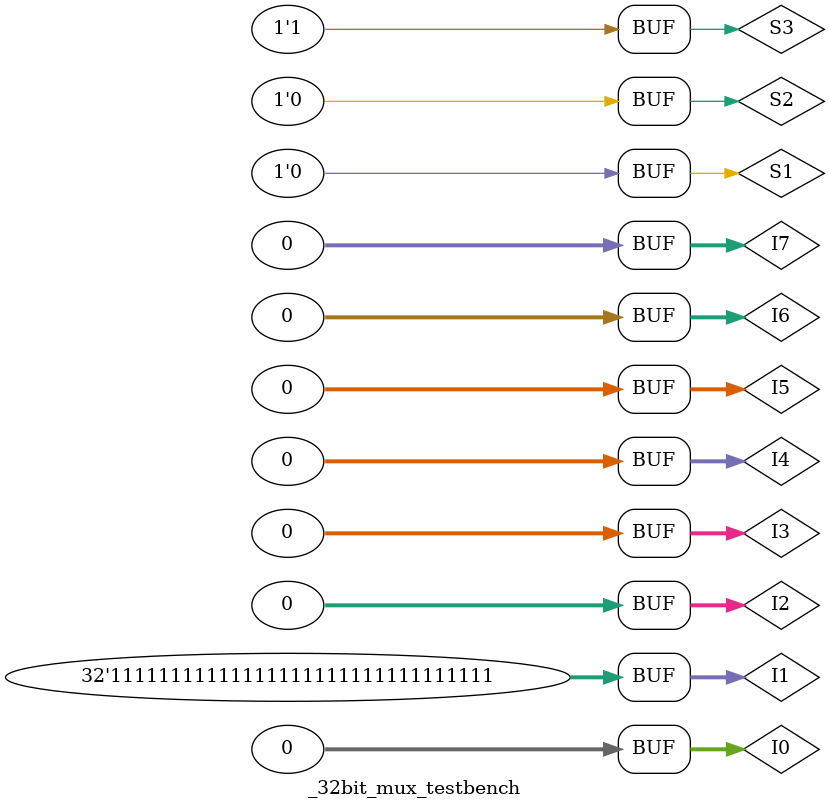
<source format=v>
`define DELAY 20
module _32bit_mux_testbench();
reg   [31:0] I0, I1, I2, I3, I4, I5, I6, I7;
wire  [31:0] out;
reg   S1,S2,S3;
mux_32bit _32bit_mux(out, I0, I1, I2, I3, I4, I5, I6, I7, S1, S2, S3);

initial begin

I0=32'b00000000000000000000000000000000; 
I1=32'b11111111111111111111111111111111;
I2=32'b00000000000000000000000000000000; 
I3=32'b00000000000000000000000000000000;
I4=32'b00000000000000000000000000000000; 
I5=32'b00000000000000000000000000000000;
I6=32'b00000000000000000000000000000000; 
I7=32'b00000000000000000000000000000000;
S1=1'b0;
S2=1'b0;
S3=1'b1;
#`DELAY;

end

 
initial
begin
$monitor("time = %2d, RESULT=%32b", $time,out);
end
endmodule
</source>
